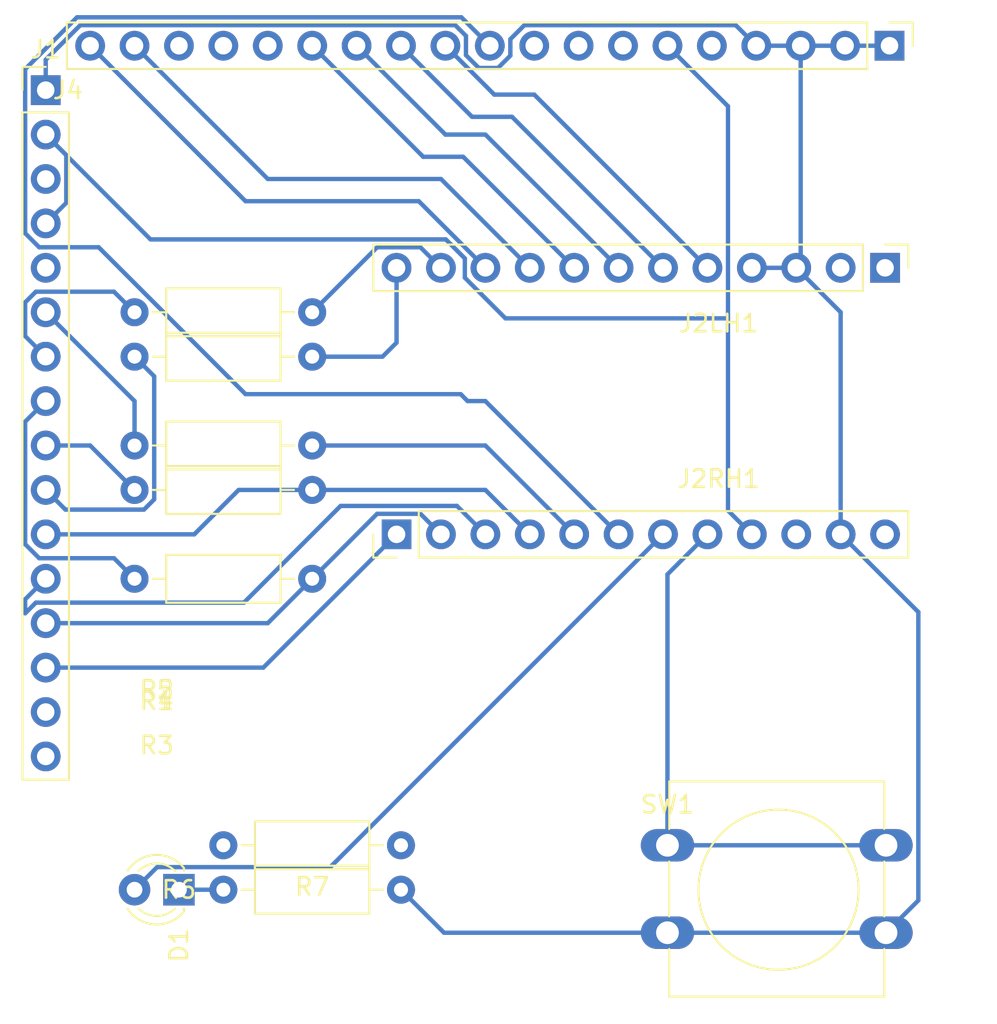
<source format=kicad_pcb>
(kicad_pcb (version 20171130) (host pcbnew "(5.1.9)-1")

  (general
    (thickness 1.6)
    (drawings 12)
    (tracks 121)
    (zones 0)
    (modules 13)
    (nets 25)
  )

  (page A4)
  (layers
    (0 F.Cu signal)
    (31 B.Cu signal)
    (32 B.Adhes user)
    (33 F.Adhes user)
    (34 B.Paste user)
    (35 F.Paste user)
    (36 B.SilkS user)
    (37 F.SilkS user)
    (38 B.Mask user)
    (39 F.Mask user)
    (40 Dwgs.User user)
    (41 Cmts.User user)
    (42 Eco1.User user)
    (43 Eco2.User user)
    (44 Edge.Cuts user)
    (45 Margin user)
    (46 B.CrtYd user)
    (47 F.CrtYd user)
    (48 B.Fab user)
    (49 F.Fab user)
  )

  (setup
    (last_trace_width 0.25)
    (trace_clearance 0.2)
    (zone_clearance 0.508)
    (zone_45_only no)
    (trace_min 0.2)
    (via_size 0.8)
    (via_drill 0.4)
    (via_min_size 0.4)
    (via_min_drill 0.3)
    (user_via 1.6 0.8)
    (uvia_size 0.3)
    (uvia_drill 0.1)
    (uvias_allowed no)
    (uvia_min_size 0.2)
    (uvia_min_drill 0.1)
    (edge_width 0.05)
    (segment_width 0.2)
    (pcb_text_width 0.3)
    (pcb_text_size 1.5 1.5)
    (mod_edge_width 0.12)
    (mod_text_size 1 1)
    (mod_text_width 0.15)
    (pad_size 1.524 1.524)
    (pad_drill 0.762)
    (pad_to_mask_clearance 0.05)
    (aux_axis_origin 0 0)
    (visible_elements 7FFFFFFF)
    (pcbplotparams
      (layerselection 0x010fc_ffffffff)
      (usegerberextensions false)
      (usegerberattributes true)
      (usegerberadvancedattributes true)
      (creategerberjobfile true)
      (excludeedgelayer true)
      (linewidth 0.100000)
      (plotframeref false)
      (viasonmask false)
      (mode 1)
      (useauxorigin false)
      (hpglpennumber 1)
      (hpglpenspeed 20)
      (hpglpendiameter 15.000000)
      (psnegative false)
      (psa4output false)
      (plotreference true)
      (plotvalue true)
      (plotinvisibletext false)
      (padsonsilk false)
      (subtractmaskfromsilk false)
      (outputformat 1)
      (mirror false)
      (drillshape 1)
      (scaleselection 1)
      (outputdirectory ""))
  )

  (net 0 "")
  (net 1 "Net-(D1-Pad1)")
  (net 2 STATUS_LED)
  (net 3 GND)
  (net 4 +5V)
  (net 5 "Net-(J1-Pad6)")
  (net 6 "Net-(J1-Pad7)")
  (net 7 "Net-(J1-Pad8)")
  (net 8 "Net-(J1-Pad9)")
  (net 9 "Net-(J1-Pad10)")
  (net 10 CLK)
  (net 11 MISO)
  (net 12 MOSI)
  (net 13 SD_CS)
  (net 14 SEEKPH0)
  (net 15 SEEKPH1)
  (net 16 SEEKPH2)
  (net 17 SEEKPH3)
  (net 18 RDDATA)
  (net 19 WRDATA)
  (net 20 TFT_DC)
  (net 21 TFT_CS)
  (net 22 EJECT_PIN)
  (net 23 WRPROT)
  (net 24 TFT_RESET)

  (net_class Default "This is the default net class."
    (clearance 0.2)
    (trace_width 0.25)
    (via_dia 0.8)
    (via_drill 0.4)
    (uvia_dia 0.3)
    (uvia_drill 0.1)
    (add_net +5V)
    (add_net CLK)
    (add_net EJECT_PIN)
    (add_net GND)
    (add_net MISO)
    (add_net MOSI)
    (add_net "Net-(D1-Pad1)")
    (add_net "Net-(J1-Pad10)")
    (add_net "Net-(J1-Pad6)")
    (add_net "Net-(J1-Pad7)")
    (add_net "Net-(J1-Pad8)")
    (add_net "Net-(J1-Pad9)")
    (add_net RDDATA)
    (add_net SD_CS)
    (add_net SEEKPH0)
    (add_net SEEKPH1)
    (add_net SEEKPH2)
    (add_net SEEKPH3)
    (add_net STATUS_LED)
    (add_net TFT_CS)
    (add_net TFT_DC)
    (add_net TFT_RESET)
    (add_net WRDATA)
    (add_net WRPROT)
  )

  (module Button_Switch_THT:SW_PUSH-12mm (layer F.Cu) (tedit 5D160D14) (tstamp 5F7D0F82)
    (at 147.32 111.76)
    (descr "SW PUSH 12mm https://www.e-switch.com/system/asset/product_line/data_sheet/143/TL1100.pdf")
    (tags "tact sw push 12mm")
    (path /5F817130)
    (fp_text reference SW1 (at 0 -2.33) (layer F.SilkS)
      (effects (font (size 1 1) (thickness 0.15)))
    )
    (fp_text value SW_Push (at 0 4.87) (layer F.Fab)
      (effects (font (size 1 1) (thickness 0.15)))
    )
    (fp_text user %R (at 0 1.27 90) (layer F.Fab)
      (effects (font (size 1 1) (thickness 0.15)))
    )
    (fp_line (start 0.25 8.5) (end 12.25 8.5) (layer F.Fab) (width 0.1))
    (fp_line (start 0.25 -3.5) (end 12.25 -3.5) (layer F.Fab) (width 0.1))
    (fp_line (start 12.25 -3.5) (end 12.25 8.5) (layer F.Fab) (width 0.1))
    (fp_line (start 0.1 -3.65) (end 12.4 -3.65) (layer F.SilkS) (width 0.12))
    (fp_line (start 12.4 0.93) (end 12.4 4.07) (layer F.SilkS) (width 0.12))
    (fp_line (start 12.4 8.65) (end 0.1 8.65) (layer F.SilkS) (width 0.12))
    (fp_line (start 0.1 -0.93) (end 0.1 -3.65) (layer F.SilkS) (width 0.12))
    (fp_line (start -1.77 -3.75) (end 14.25 -3.75) (layer F.CrtYd) (width 0.05))
    (fp_line (start -1.77 -3.75) (end -1.77 8.75) (layer F.CrtYd) (width 0.05))
    (fp_line (start 14.25 8.75) (end 14.25 -3.75) (layer F.CrtYd) (width 0.05))
    (fp_line (start 14.25 8.75) (end -1.77 8.75) (layer F.CrtYd) (width 0.05))
    (fp_circle (center 6.35 2.54) (end 10.16 5.08) (layer F.SilkS) (width 0.12))
    (fp_line (start 0.25 -3.5) (end 0.25 8.5) (layer F.Fab) (width 0.1))
    (fp_line (start 0.1 8.65) (end 0.1 5.93) (layer F.SilkS) (width 0.12))
    (fp_line (start 0.1 4.07) (end 0.1 0.93) (layer F.SilkS) (width 0.12))
    (fp_line (start 12.4 5.93) (end 12.4 8.65) (layer F.SilkS) (width 0.12))
    (fp_line (start 12.4 -3.65) (end 12.4 -0.93) (layer F.SilkS) (width 0.12))
    (pad 2 thru_hole oval (at 0 5) (size 3.048 1.85) (drill 1.3) (layers *.Cu *.Mask)
      (net 3 GND))
    (pad 1 thru_hole oval (at 0 0) (size 3.048 1.85) (drill 1.3) (layers *.Cu *.Mask)
      (net 22 EJECT_PIN))
    (pad 2 thru_hole oval (at 12.5 5) (size 3.048 1.85) (drill 1.3) (layers *.Cu *.Mask)
      (net 3 GND))
    (pad 1 thru_hole oval (at 12.5 0) (size 3.048 1.85) (drill 1.3) (layers *.Cu *.Mask)
      (net 22 EJECT_PIN))
    (model ${KISYS3DMOD}/Button_Switch_THT.3dshapes/SW_PUSH-12mm.wrl
      (at (xyz 0 0 0))
      (scale (xyz 1 1 1))
      (rotate (xyz 0 0 0))
    )
  )

  (module LED_THT:LED_D3.0mm (layer F.Cu) (tedit 587A3A7B) (tstamp 5F7D1D7F)
    (at 119.38 114.3 180)
    (descr "LED, diameter 3.0mm, 2 pins")
    (tags "LED diameter 3.0mm 2 pins")
    (path /5F813CF5)
    (fp_text reference D1 (at 0 -3.175 270) (layer F.SilkS)
      (effects (font (size 1 1) (thickness 0.15)))
    )
    (fp_text value LED (at -2.54 1.27 270) (layer F.Fab)
      (effects (font (size 1 1) (thickness 0.15)))
    )
    (fp_text user %R (at 0 1.27 90) (layer F.Fab)
      (effects (font (size 1 1) (thickness 0.15)))
    )
    (fp_arc (start 1.27 0) (end 0.229039 1.08) (angle -87.9) (layer F.SilkS) (width 0.12))
    (fp_arc (start 1.27 0) (end 0.229039 -1.08) (angle 87.9) (layer F.SilkS) (width 0.12))
    (fp_arc (start 1.27 0) (end -0.29 1.235516) (angle -108.8) (layer F.SilkS) (width 0.12))
    (fp_arc (start 1.27 0) (end -0.29 -1.235516) (angle 108.8) (layer F.SilkS) (width 0.12))
    (fp_arc (start 1.27 0) (end -0.23 -1.16619) (angle 284.3) (layer F.Fab) (width 0.1))
    (fp_circle (center 1.27 0) (end 2.77 0) (layer F.Fab) (width 0.1))
    (fp_line (start -0.23 -1.16619) (end -0.23 1.16619) (layer F.Fab) (width 0.1))
    (fp_line (start -0.29 -1.236) (end -0.29 -1.08) (layer F.SilkS) (width 0.12))
    (fp_line (start -0.29 1.08) (end -0.29 1.236) (layer F.SilkS) (width 0.12))
    (fp_line (start -1.15 -2.25) (end -1.15 2.25) (layer F.CrtYd) (width 0.05))
    (fp_line (start -1.15 2.25) (end 3.7 2.25) (layer F.CrtYd) (width 0.05))
    (fp_line (start 3.7 2.25) (end 3.7 -2.25) (layer F.CrtYd) (width 0.05))
    (fp_line (start 3.7 -2.25) (end -1.15 -2.25) (layer F.CrtYd) (width 0.05))
    (pad 2 thru_hole circle (at 2.54 0 180) (size 1.8 1.8) (drill 0.9) (layers *.Cu *.Mask)
      (net 2 STATUS_LED))
    (pad 1 thru_hole rect (at 0 0 180) (size 1.8 1.8) (drill 0.9) (layers *.Cu *.Mask)
      (net 1 "Net-(D1-Pad1)"))
    (model ${KISYS3DMOD}/LED_THT.3dshapes/LED_D3.0mm.wrl
      (at (xyz 0 0 0))
      (scale (xyz 1 1 1))
      (rotate (xyz 0 0 0))
    )
  )

  (module Resistor_THT:R_Axial_DIN0207_L6.3mm_D2.5mm_P10.16mm_Horizontal (layer F.Cu) (tedit 5AE5139B) (tstamp 5FEECFB6)
    (at 132.08 111.76 180)
    (descr "Resistor, Axial_DIN0207 series, Axial, Horizontal, pin pitch=10.16mm, 0.25W = 1/4W, length*diameter=6.3*2.5mm^2, http://cdn-reichelt.de/documents/datenblatt/B400/1_4W%23YAG.pdf")
    (tags "Resistor Axial_DIN0207 series Axial Horizontal pin pitch 10.16mm 0.25W = 1/4W length 6.3mm diameter 2.5mm")
    (path /5FEEEB86)
    (fp_text reference R7 (at 5.08 -2.37) (layer F.SilkS)
      (effects (font (size 1 1) (thickness 0.15)))
    )
    (fp_text value 10k (at 5.08 2.37) (layer F.Fab)
      (effects (font (size 1 1) (thickness 0.15)))
    )
    (fp_line (start 11.21 -1.5) (end -1.05 -1.5) (layer F.CrtYd) (width 0.05))
    (fp_line (start 11.21 1.5) (end 11.21 -1.5) (layer F.CrtYd) (width 0.05))
    (fp_line (start -1.05 1.5) (end 11.21 1.5) (layer F.CrtYd) (width 0.05))
    (fp_line (start -1.05 -1.5) (end -1.05 1.5) (layer F.CrtYd) (width 0.05))
    (fp_line (start 9.12 0) (end 8.35 0) (layer F.SilkS) (width 0.12))
    (fp_line (start 1.04 0) (end 1.81 0) (layer F.SilkS) (width 0.12))
    (fp_line (start 8.35 -1.37) (end 1.81 -1.37) (layer F.SilkS) (width 0.12))
    (fp_line (start 8.35 1.37) (end 8.35 -1.37) (layer F.SilkS) (width 0.12))
    (fp_line (start 1.81 1.37) (end 8.35 1.37) (layer F.SilkS) (width 0.12))
    (fp_line (start 1.81 -1.37) (end 1.81 1.37) (layer F.SilkS) (width 0.12))
    (fp_line (start 10.16 0) (end 8.23 0) (layer F.Fab) (width 0.1))
    (fp_line (start 0 0) (end 1.93 0) (layer F.Fab) (width 0.1))
    (fp_line (start 8.23 -1.25) (end 1.93 -1.25) (layer F.Fab) (width 0.1))
    (fp_line (start 8.23 1.25) (end 8.23 -1.25) (layer F.Fab) (width 0.1))
    (fp_line (start 1.93 1.25) (end 8.23 1.25) (layer F.Fab) (width 0.1))
    (fp_line (start 1.93 -1.25) (end 1.93 1.25) (layer F.Fab) (width 0.1))
    (fp_text user %R (at 5.08 0) (layer F.Fab)
      (effects (font (size 1 1) (thickness 0.15)))
    )
    (pad 2 thru_hole oval (at 10.16 0 180) (size 1.6 1.6) (drill 0.8) (layers *.Cu *.Mask)
      (net 4 +5V))
    (pad 1 thru_hole circle (at 0 0 180) (size 1.6 1.6) (drill 0.8) (layers *.Cu *.Mask)
      (net 22 EJECT_PIN))
    (model ${KISYS3DMOD}/Resistor_THT.3dshapes/R_Axial_DIN0207_L6.3mm_D2.5mm_P10.16mm_Horizontal.wrl
      (at (xyz 0 0 0))
      (scale (xyz 1 1 1))
      (rotate (xyz 0 0 0))
    )
  )

  (module Connector_PinHeader_2.54mm:PinHeader_1x12_P2.54mm_Vertical (layer F.Cu) (tedit 59FED5CC) (tstamp 5F82630A)
    (at 131.826 93.98 90)
    (descr "Through hole straight pin header, 1x12, 2.54mm pitch, single row")
    (tags "Through hole pin header THT 1x12 2.54mm single row")
    (path /5F7D8004)
    (fp_text reference J2RH1 (at 3.175 18.415 180) (layer F.SilkS)
      (effects (font (size 1 1) (thickness 0.15)))
    )
    (fp_text value Conn_01x12 (at 3.175 26.67 180) (layer F.Fab)
      (effects (font (size 1 1) (thickness 0.15)))
    )
    (fp_line (start 1.8 -1.8) (end -1.8 -1.8) (layer F.CrtYd) (width 0.05))
    (fp_line (start 1.8 29.75) (end 1.8 -1.8) (layer F.CrtYd) (width 0.05))
    (fp_line (start -1.8 29.75) (end 1.8 29.75) (layer F.CrtYd) (width 0.05))
    (fp_line (start -1.8 -1.8) (end -1.8 29.75) (layer F.CrtYd) (width 0.05))
    (fp_line (start -1.33 -1.33) (end 0 -1.33) (layer F.SilkS) (width 0.12))
    (fp_line (start -1.33 0) (end -1.33 -1.33) (layer F.SilkS) (width 0.12))
    (fp_line (start -1.33 1.27) (end 1.33 1.27) (layer F.SilkS) (width 0.12))
    (fp_line (start 1.33 1.27) (end 1.33 29.27) (layer F.SilkS) (width 0.12))
    (fp_line (start -1.33 1.27) (end -1.33 29.27) (layer F.SilkS) (width 0.12))
    (fp_line (start -1.33 29.27) (end 1.33 29.27) (layer F.SilkS) (width 0.12))
    (fp_line (start -1.27 -0.635) (end -0.635 -1.27) (layer F.Fab) (width 0.1))
    (fp_line (start -1.27 29.21) (end -1.27 -0.635) (layer F.Fab) (width 0.1))
    (fp_line (start 1.27 29.21) (end -1.27 29.21) (layer F.Fab) (width 0.1))
    (fp_line (start 1.27 -1.27) (end 1.27 29.21) (layer F.Fab) (width 0.1))
    (fp_line (start -0.635 -1.27) (end 1.27 -1.27) (layer F.Fab) (width 0.1))
    (fp_text user %R (at 0 13.97) (layer F.Fab)
      (effects (font (size 1 1) (thickness 0.15)))
    )
    (pad 12 thru_hole oval (at 0 27.94 90) (size 1.7 1.7) (drill 1) (layers *.Cu *.Mask))
    (pad 11 thru_hole oval (at 0 25.4 90) (size 1.7 1.7) (drill 1) (layers *.Cu *.Mask)
      (net 3 GND))
    (pad 10 thru_hole oval (at 0 22.86 90) (size 1.7 1.7) (drill 1) (layers *.Cu *.Mask))
    (pad 9 thru_hole oval (at 0 20.32 90) (size 1.7 1.7) (drill 1) (layers *.Cu *.Mask)
      (net 4 +5V))
    (pad 8 thru_hole oval (at 0 17.78 90) (size 1.7 1.7) (drill 1) (layers *.Cu *.Mask)
      (net 22 EJECT_PIN))
    (pad 7 thru_hole oval (at 0 15.24 90) (size 1.7 1.7) (drill 1) (layers *.Cu *.Mask)
      (net 2 STATUS_LED))
    (pad 6 thru_hole oval (at 0 12.7 90) (size 1.7 1.7) (drill 1) (layers *.Cu *.Mask)
      (net 23 WRPROT))
    (pad 5 thru_hole oval (at 0 10.16 90) (size 1.7 1.7) (drill 1) (layers *.Cu *.Mask)
      (net 24 TFT_RESET))
    (pad 4 thru_hole oval (at 0 7.62 90) (size 1.7 1.7) (drill 1) (layers *.Cu *.Mask)
      (net 10 CLK))
    (pad 3 thru_hole oval (at 0 5.08 90) (size 1.7 1.7) (drill 1) (layers *.Cu *.Mask)
      (net 11 MISO))
    (pad 2 thru_hole oval (at 0 2.54 90) (size 1.7 1.7) (drill 1) (layers *.Cu *.Mask)
      (net 12 MOSI))
    (pad 1 thru_hole rect (at 0 0 90) (size 1.7 1.7) (drill 1) (layers *.Cu *.Mask)
      (net 13 SD_CS))
    (model ${KISYS3DMOD}/Connector_PinHeader_2.54mm.3dshapes/PinHeader_1x12_P2.54mm_Vertical.wrl
      (at (xyz 0 0 0))
      (scale (xyz 1 1 1))
      (rotate (xyz 0 0 0))
    )
  )

  (module Resistor_THT:R_Axial_DIN0207_L6.3mm_D2.5mm_P10.16mm_Horizontal (layer F.Cu) (tedit 5AE5139B) (tstamp 5F7D0EF9)
    (at 116.84 88.9)
    (descr "Resistor, Axial_DIN0207 series, Axial, Horizontal, pin pitch=10.16mm, 0.25W = 1/4W, length*diameter=6.3*2.5mm^2, http://cdn-reichelt.de/documents/datenblatt/B400/1_4W%23YAG.pdf")
    (tags "Resistor Axial_DIN0207 series Axial Horizontal pin pitch 10.16mm 0.25W = 1/4W length 6.3mm diameter 2.5mm")
    (path /5F7BB3D7)
    (fp_text reference R1 (at 1.27 14.605) (layer F.SilkS)
      (effects (font (size 1 1) (thickness 0.15)))
    )
    (fp_text value 2k2 (at 6.35 0) (layer F.Fab)
      (effects (font (size 1 1) (thickness 0.15)))
    )
    (fp_line (start 1.93 -1.25) (end 1.93 1.25) (layer F.Fab) (width 0.1))
    (fp_line (start 1.93 1.25) (end 8.23 1.25) (layer F.Fab) (width 0.1))
    (fp_line (start 8.23 1.25) (end 8.23 -1.25) (layer F.Fab) (width 0.1))
    (fp_line (start 8.23 -1.25) (end 1.93 -1.25) (layer F.Fab) (width 0.1))
    (fp_line (start 0 0) (end 1.93 0) (layer F.Fab) (width 0.1))
    (fp_line (start 10.16 0) (end 8.23 0) (layer F.Fab) (width 0.1))
    (fp_line (start 1.81 -1.37) (end 1.81 1.37) (layer F.SilkS) (width 0.12))
    (fp_line (start 1.81 1.37) (end 8.35 1.37) (layer F.SilkS) (width 0.12))
    (fp_line (start 8.35 1.37) (end 8.35 -1.37) (layer F.SilkS) (width 0.12))
    (fp_line (start 8.35 -1.37) (end 1.81 -1.37) (layer F.SilkS) (width 0.12))
    (fp_line (start 1.04 0) (end 1.81 0) (layer F.SilkS) (width 0.12))
    (fp_line (start 9.12 0) (end 8.35 0) (layer F.SilkS) (width 0.12))
    (fp_line (start -1.05 -1.5) (end -1.05 1.5) (layer F.CrtYd) (width 0.05))
    (fp_line (start -1.05 1.5) (end 11.21 1.5) (layer F.CrtYd) (width 0.05))
    (fp_line (start 11.21 1.5) (end 11.21 -1.5) (layer F.CrtYd) (width 0.05))
    (fp_line (start 11.21 -1.5) (end -1.05 -1.5) (layer F.CrtYd) (width 0.05))
    (fp_text user %R (at 3.175 0) (layer F.Fab)
      (effects (font (size 1 1) (thickness 0.15)))
    )
    (pad 2 thru_hole oval (at 10.16 0) (size 1.6 1.6) (drill 0.8) (layers *.Cu *.Mask)
      (net 24 TFT_RESET))
    (pad 1 thru_hole circle (at 0 0) (size 1.6 1.6) (drill 0.8) (layers *.Cu *.Mask)
      (net 5 "Net-(J1-Pad6)"))
    (model ${KISYS3DMOD}/Resistor_THT.3dshapes/R_Axial_DIN0207_L6.3mm_D2.5mm_P10.16mm_Horizontal.wrl
      (at (xyz 0 0 0))
      (scale (xyz 1 1 1))
      (rotate (xyz 0 0 0))
    )
  )

  (module Resistor_THT:R_Axial_DIN0207_L6.3mm_D2.5mm_P10.16mm_Horizontal (layer F.Cu) (tedit 5AE5139B) (tstamp 5F7D0F10)
    (at 116.84 81.28)
    (descr "Resistor, Axial_DIN0207 series, Axial, Horizontal, pin pitch=10.16mm, 0.25W = 1/4W, length*diameter=6.3*2.5mm^2, http://cdn-reichelt.de/documents/datenblatt/B400/1_4W%23YAG.pdf")
    (tags "Resistor Axial_DIN0207 series Axial Horizontal pin pitch 10.16mm 0.25W = 1/4W length 6.3mm diameter 2.5mm")
    (path /5F7BBCDB)
    (fp_text reference R2 (at 1.27 21.59) (layer F.SilkS)
      (effects (font (size 1 1) (thickness 0.15)))
    )
    (fp_text value 2k2 (at 6.35 0) (layer F.Fab)
      (effects (font (size 1 1) (thickness 0.15)))
    )
    (fp_line (start 1.93 -1.25) (end 1.93 1.25) (layer F.Fab) (width 0.1))
    (fp_line (start 1.93 1.25) (end 8.23 1.25) (layer F.Fab) (width 0.1))
    (fp_line (start 8.23 1.25) (end 8.23 -1.25) (layer F.Fab) (width 0.1))
    (fp_line (start 8.23 -1.25) (end 1.93 -1.25) (layer F.Fab) (width 0.1))
    (fp_line (start 0 0) (end 1.93 0) (layer F.Fab) (width 0.1))
    (fp_line (start 10.16 0) (end 8.23 0) (layer F.Fab) (width 0.1))
    (fp_line (start 1.81 -1.37) (end 1.81 1.37) (layer F.SilkS) (width 0.12))
    (fp_line (start 1.81 1.37) (end 8.35 1.37) (layer F.SilkS) (width 0.12))
    (fp_line (start 8.35 1.37) (end 8.35 -1.37) (layer F.SilkS) (width 0.12))
    (fp_line (start 8.35 -1.37) (end 1.81 -1.37) (layer F.SilkS) (width 0.12))
    (fp_line (start 1.04 0) (end 1.81 0) (layer F.SilkS) (width 0.12))
    (fp_line (start 9.12 0) (end 8.35 0) (layer F.SilkS) (width 0.12))
    (fp_line (start -1.05 -1.5) (end -1.05 1.5) (layer F.CrtYd) (width 0.05))
    (fp_line (start -1.05 1.5) (end 11.21 1.5) (layer F.CrtYd) (width 0.05))
    (fp_line (start 11.21 1.5) (end 11.21 -1.5) (layer F.CrtYd) (width 0.05))
    (fp_line (start 11.21 -1.5) (end -1.05 -1.5) (layer F.CrtYd) (width 0.05))
    (fp_text user %R (at 3.175 0) (layer F.Fab)
      (effects (font (size 1 1) (thickness 0.15)))
    )
    (pad 2 thru_hole oval (at 10.16 0) (size 1.6 1.6) (drill 0.8) (layers *.Cu *.Mask)
      (net 20 TFT_DC))
    (pad 1 thru_hole circle (at 0 0) (size 1.6 1.6) (drill 0.8) (layers *.Cu *.Mask)
      (net 6 "Net-(J1-Pad7)"))
    (model ${KISYS3DMOD}/Resistor_THT.3dshapes/R_Axial_DIN0207_L6.3mm_D2.5mm_P10.16mm_Horizontal.wrl
      (at (xyz 0 0 0))
      (scale (xyz 1 1 1))
      (rotate (xyz 0 0 0))
    )
  )

  (module Resistor_THT:R_Axial_DIN0207_L6.3mm_D2.5mm_P10.16mm_Horizontal (layer F.Cu) (tedit 5AE5139B) (tstamp 5F7D0F27)
    (at 116.84 96.52)
    (descr "Resistor, Axial_DIN0207 series, Axial, Horizontal, pin pitch=10.16mm, 0.25W = 1/4W, length*diameter=6.3*2.5mm^2, http://cdn-reichelt.de/documents/datenblatt/B400/1_4W%23YAG.pdf")
    (tags "Resistor Axial_DIN0207 series Axial Horizontal pin pitch 10.16mm 0.25W = 1/4W length 6.3mm diameter 2.5mm")
    (path /5F7BC7B4)
    (fp_text reference R3 (at 1.27 9.525) (layer F.SilkS)
      (effects (font (size 1 1) (thickness 0.15)))
    )
    (fp_text value 2k2 (at 6.35 0) (layer F.Fab)
      (effects (font (size 1 1) (thickness 0.15)))
    )
    (fp_line (start 1.93 -1.25) (end 1.93 1.25) (layer F.Fab) (width 0.1))
    (fp_line (start 1.93 1.25) (end 8.23 1.25) (layer F.Fab) (width 0.1))
    (fp_line (start 8.23 1.25) (end 8.23 -1.25) (layer F.Fab) (width 0.1))
    (fp_line (start 8.23 -1.25) (end 1.93 -1.25) (layer F.Fab) (width 0.1))
    (fp_line (start 0 0) (end 1.93 0) (layer F.Fab) (width 0.1))
    (fp_line (start 10.16 0) (end 8.23 0) (layer F.Fab) (width 0.1))
    (fp_line (start 1.81 -1.37) (end 1.81 1.37) (layer F.SilkS) (width 0.12))
    (fp_line (start 1.81 1.37) (end 8.35 1.37) (layer F.SilkS) (width 0.12))
    (fp_line (start 8.35 1.37) (end 8.35 -1.37) (layer F.SilkS) (width 0.12))
    (fp_line (start 8.35 -1.37) (end 1.81 -1.37) (layer F.SilkS) (width 0.12))
    (fp_line (start 1.04 0) (end 1.81 0) (layer F.SilkS) (width 0.12))
    (fp_line (start 9.12 0) (end 8.35 0) (layer F.SilkS) (width 0.12))
    (fp_line (start -1.05 -1.5) (end -1.05 1.5) (layer F.CrtYd) (width 0.05))
    (fp_line (start -1.05 1.5) (end 11.21 1.5) (layer F.CrtYd) (width 0.05))
    (fp_line (start 11.21 1.5) (end 11.21 -1.5) (layer F.CrtYd) (width 0.05))
    (fp_line (start 11.21 -1.5) (end -1.05 -1.5) (layer F.CrtYd) (width 0.05))
    (fp_text user %R (at 3.175 0) (layer F.Fab)
      (effects (font (size 1 1) (thickness 0.15)))
    )
    (pad 2 thru_hole oval (at 10.16 0) (size 1.6 1.6) (drill 0.8) (layers *.Cu *.Mask)
      (net 12 MOSI))
    (pad 1 thru_hole circle (at 0 0) (size 1.6 1.6) (drill 0.8) (layers *.Cu *.Mask)
      (net 7 "Net-(J1-Pad8)"))
    (model ${KISYS3DMOD}/Resistor_THT.3dshapes/R_Axial_DIN0207_L6.3mm_D2.5mm_P10.16mm_Horizontal.wrl
      (at (xyz 0 0 0))
      (scale (xyz 1 1 1))
      (rotate (xyz 0 0 0))
    )
  )

  (module Resistor_THT:R_Axial_DIN0207_L6.3mm_D2.5mm_P10.16mm_Horizontal (layer F.Cu) (tedit 5AE5139B) (tstamp 5F7D0F3E)
    (at 116.84 91.44)
    (descr "Resistor, Axial_DIN0207 series, Axial, Horizontal, pin pitch=10.16mm, 0.25W = 1/4W, length*diameter=6.3*2.5mm^2, http://cdn-reichelt.de/documents/datenblatt/B400/1_4W%23YAG.pdf")
    (tags "Resistor Axial_DIN0207 series Axial Horizontal pin pitch 10.16mm 0.25W = 1/4W length 6.3mm diameter 2.5mm")
    (path /5F7BCEEF)
    (fp_text reference R4 (at 1.27 12.065) (layer F.SilkS)
      (effects (font (size 1 1) (thickness 0.15)))
    )
    (fp_text value 2k2 (at 6.35 0) (layer F.Fab)
      (effects (font (size 1 1) (thickness 0.15)))
    )
    (fp_line (start 1.93 -1.25) (end 1.93 1.25) (layer F.Fab) (width 0.1))
    (fp_line (start 1.93 1.25) (end 8.23 1.25) (layer F.Fab) (width 0.1))
    (fp_line (start 8.23 1.25) (end 8.23 -1.25) (layer F.Fab) (width 0.1))
    (fp_line (start 8.23 -1.25) (end 1.93 -1.25) (layer F.Fab) (width 0.1))
    (fp_line (start 0 0) (end 1.93 0) (layer F.Fab) (width 0.1))
    (fp_line (start 10.16 0) (end 8.23 0) (layer F.Fab) (width 0.1))
    (fp_line (start 1.81 -1.37) (end 1.81 1.37) (layer F.SilkS) (width 0.12))
    (fp_line (start 1.81 1.37) (end 8.35 1.37) (layer F.SilkS) (width 0.12))
    (fp_line (start 8.35 1.37) (end 8.35 -1.37) (layer F.SilkS) (width 0.12))
    (fp_line (start 8.35 -1.37) (end 1.81 -1.37) (layer F.SilkS) (width 0.12))
    (fp_line (start 1.04 0) (end 1.81 0) (layer F.SilkS) (width 0.12))
    (fp_line (start 9.12 0) (end 8.35 0) (layer F.SilkS) (width 0.12))
    (fp_line (start -1.05 -1.5) (end -1.05 1.5) (layer F.CrtYd) (width 0.05))
    (fp_line (start -1.05 1.5) (end 11.21 1.5) (layer F.CrtYd) (width 0.05))
    (fp_line (start 11.21 1.5) (end 11.21 -1.5) (layer F.CrtYd) (width 0.05))
    (fp_line (start 11.21 -1.5) (end -1.05 -1.5) (layer F.CrtYd) (width 0.05))
    (fp_text user %R (at 3.175 0) (layer F.Fab)
      (effects (font (size 1 1) (thickness 0.15)))
    )
    (pad 2 thru_hole oval (at 10.16 0) (size 1.6 1.6) (drill 0.8) (layers *.Cu *.Mask)
      (net 10 CLK))
    (pad 1 thru_hole circle (at 0 0) (size 1.6 1.6) (drill 0.8) (layers *.Cu *.Mask)
      (net 8 "Net-(J1-Pad9)"))
    (model ${KISYS3DMOD}/Resistor_THT.3dshapes/R_Axial_DIN0207_L6.3mm_D2.5mm_P10.16mm_Horizontal.wrl
      (at (xyz 0 0 0))
      (scale (xyz 1 1 1))
      (rotate (xyz 0 0 0))
    )
  )

  (module Resistor_THT:R_Axial_DIN0207_L6.3mm_D2.5mm_P10.16mm_Horizontal (layer F.Cu) (tedit 5AE5139B) (tstamp 5F7D3DC4)
    (at 116.84 83.82)
    (descr "Resistor, Axial_DIN0207 series, Axial, Horizontal, pin pitch=10.16mm, 0.25W = 1/4W, length*diameter=6.3*2.5mm^2, http://cdn-reichelt.de/documents/datenblatt/B400/1_4W%23YAG.pdf")
    (tags "Resistor Axial_DIN0207 series Axial Horizontal pin pitch 10.16mm 0.25W = 1/4W length 6.3mm diameter 2.5mm")
    (path /5F7BD696)
    (fp_text reference R5 (at 1.27 19.05) (layer F.SilkS)
      (effects (font (size 1 1) (thickness 0.15)))
    )
    (fp_text value 2k2 (at 6.35 0) (layer F.Fab)
      (effects (font (size 1 1) (thickness 0.15)))
    )
    (fp_line (start 1.93 -1.25) (end 1.93 1.25) (layer F.Fab) (width 0.1))
    (fp_line (start 1.93 1.25) (end 8.23 1.25) (layer F.Fab) (width 0.1))
    (fp_line (start 8.23 1.25) (end 8.23 -1.25) (layer F.Fab) (width 0.1))
    (fp_line (start 8.23 -1.25) (end 1.93 -1.25) (layer F.Fab) (width 0.1))
    (fp_line (start 0 0) (end 1.93 0) (layer F.Fab) (width 0.1))
    (fp_line (start 10.16 0) (end 8.23 0) (layer F.Fab) (width 0.1))
    (fp_line (start 1.81 -1.37) (end 1.81 1.37) (layer F.SilkS) (width 0.12))
    (fp_line (start 1.81 1.37) (end 8.35 1.37) (layer F.SilkS) (width 0.12))
    (fp_line (start 8.35 1.37) (end 8.35 -1.37) (layer F.SilkS) (width 0.12))
    (fp_line (start 8.35 -1.37) (end 1.81 -1.37) (layer F.SilkS) (width 0.12))
    (fp_line (start 1.04 0) (end 1.81 0) (layer F.SilkS) (width 0.12))
    (fp_line (start 9.12 0) (end 8.35 0) (layer F.SilkS) (width 0.12))
    (fp_line (start -1.05 -1.5) (end -1.05 1.5) (layer F.CrtYd) (width 0.05))
    (fp_line (start -1.05 1.5) (end 11.21 1.5) (layer F.CrtYd) (width 0.05))
    (fp_line (start 11.21 1.5) (end 11.21 -1.5) (layer F.CrtYd) (width 0.05))
    (fp_line (start 11.21 -1.5) (end -1.05 -1.5) (layer F.CrtYd) (width 0.05))
    (fp_text user %R (at 3.175 0) (layer F.Fab)
      (effects (font (size 1 1) (thickness 0.15)))
    )
    (pad 2 thru_hole oval (at 10.16 0) (size 1.6 1.6) (drill 0.8) (layers *.Cu *.Mask)
      (net 21 TFT_CS))
    (pad 1 thru_hole circle (at 0 0) (size 1.6 1.6) (drill 0.8) (layers *.Cu *.Mask)
      (net 9 "Net-(J1-Pad10)"))
    (model ${KISYS3DMOD}/Resistor_THT.3dshapes/R_Axial_DIN0207_L6.3mm_D2.5mm_P10.16mm_Horizontal.wrl
      (at (xyz 0 0 0))
      (scale (xyz 1 1 1))
      (rotate (xyz 0 0 0))
    )
  )

  (module Resistor_THT:R_Axial_DIN0207_L6.3mm_D2.5mm_P10.16mm_Horizontal (layer F.Cu) (tedit 5AE5139B) (tstamp 5F7D1D12)
    (at 121.92 114.3)
    (descr "Resistor, Axial_DIN0207 series, Axial, Horizontal, pin pitch=10.16mm, 0.25W = 1/4W, length*diameter=6.3*2.5mm^2, http://cdn-reichelt.de/documents/datenblatt/B400/1_4W%23YAG.pdf")
    (tags "Resistor Axial_DIN0207 series Axial Horizontal pin pitch 10.16mm 0.25W = 1/4W length 6.3mm diameter 2.5mm")
    (path /5F812D89)
    (fp_text reference R6 (at -2.54 0) (layer F.SilkS)
      (effects (font (size 1 1) (thickness 0.15)))
    )
    (fp_text value 100R (at 6.35 0) (layer F.Fab)
      (effects (font (size 1 1) (thickness 0.15)))
    )
    (fp_line (start 1.93 -1.25) (end 1.93 1.25) (layer F.Fab) (width 0.1))
    (fp_line (start 1.93 1.25) (end 8.23 1.25) (layer F.Fab) (width 0.1))
    (fp_line (start 8.23 1.25) (end 8.23 -1.25) (layer F.Fab) (width 0.1))
    (fp_line (start 8.23 -1.25) (end 1.93 -1.25) (layer F.Fab) (width 0.1))
    (fp_line (start 0 0) (end 1.93 0) (layer F.Fab) (width 0.1))
    (fp_line (start 10.16 0) (end 8.23 0) (layer F.Fab) (width 0.1))
    (fp_line (start 1.81 -1.37) (end 1.81 1.37) (layer F.SilkS) (width 0.12))
    (fp_line (start 1.81 1.37) (end 8.35 1.37) (layer F.SilkS) (width 0.12))
    (fp_line (start 8.35 1.37) (end 8.35 -1.37) (layer F.SilkS) (width 0.12))
    (fp_line (start 8.35 -1.37) (end 1.81 -1.37) (layer F.SilkS) (width 0.12))
    (fp_line (start 1.04 0) (end 1.81 0) (layer F.SilkS) (width 0.12))
    (fp_line (start 9.12 0) (end 8.35 0) (layer F.SilkS) (width 0.12))
    (fp_line (start -1.05 -1.5) (end -1.05 1.5) (layer F.CrtYd) (width 0.05))
    (fp_line (start -1.05 1.5) (end 11.21 1.5) (layer F.CrtYd) (width 0.05))
    (fp_line (start 11.21 1.5) (end 11.21 -1.5) (layer F.CrtYd) (width 0.05))
    (fp_line (start 11.21 -1.5) (end -1.05 -1.5) (layer F.CrtYd) (width 0.05))
    (fp_text user %R (at 3.175 0) (layer F.Fab)
      (effects (font (size 1 1) (thickness 0.15)))
    )
    (pad 2 thru_hole oval (at 10.16 0) (size 1.6 1.6) (drill 0.8) (layers *.Cu *.Mask)
      (net 3 GND))
    (pad 1 thru_hole circle (at 0 0) (size 1.6 1.6) (drill 0.8) (layers *.Cu *.Mask)
      (net 1 "Net-(D1-Pad1)"))
    (model ${KISYS3DMOD}/Resistor_THT.3dshapes/R_Axial_DIN0207_L6.3mm_D2.5mm_P10.16mm_Horizontal.wrl
      (at (xyz 0 0 0))
      (scale (xyz 1 1 1))
      (rotate (xyz 0 0 0))
    )
  )

  (module Connector_PinHeader_2.54mm:PinHeader_1x16_P2.54mm_Vertical (layer F.Cu) (tedit 59FED5CC) (tstamp 5F7D0E7B)
    (at 111.76 68.58)
    (descr "Through hole straight pin header, 1x16, 2.54mm pitch, single row")
    (tags "Through hole pin header THT 1x16 2.54mm single row")
    (path /5F7D4EC2)
    (fp_text reference J1 (at 0 -2.33) (layer F.SilkS)
      (effects (font (size 1 1) (thickness 0.15)))
    )
    (fp_text value QDtech_1.8inch_SPI_MSP1804 (at 13.335 39.37) (layer F.Fab)
      (effects (font (size 1 1) (thickness 0.15)))
    )
    (fp_line (start -0.635 -1.27) (end 1.27 -1.27) (layer F.Fab) (width 0.1))
    (fp_line (start 1.27 -1.27) (end 1.27 39.37) (layer F.Fab) (width 0.1))
    (fp_line (start 1.27 39.37) (end -1.27 39.37) (layer F.Fab) (width 0.1))
    (fp_line (start -1.27 39.37) (end -1.27 -0.635) (layer F.Fab) (width 0.1))
    (fp_line (start -1.27 -0.635) (end -0.635 -1.27) (layer F.Fab) (width 0.1))
    (fp_line (start -1.33 39.43) (end 1.33 39.43) (layer F.SilkS) (width 0.12))
    (fp_line (start -1.33 1.27) (end -1.33 39.43) (layer F.SilkS) (width 0.12))
    (fp_line (start 1.33 1.27) (end 1.33 39.43) (layer F.SilkS) (width 0.12))
    (fp_line (start -1.33 1.27) (end 1.33 1.27) (layer F.SilkS) (width 0.12))
    (fp_line (start -1.33 0) (end -1.33 -1.33) (layer F.SilkS) (width 0.12))
    (fp_line (start -1.33 -1.33) (end 0 -1.33) (layer F.SilkS) (width 0.12))
    (fp_line (start -1.8 -1.8) (end -1.8 39.9) (layer F.CrtYd) (width 0.05))
    (fp_line (start -1.8 39.9) (end 1.8 39.9) (layer F.CrtYd) (width 0.05))
    (fp_line (start 1.8 39.9) (end 1.8 -1.8) (layer F.CrtYd) (width 0.05))
    (fp_line (start 1.8 -1.8) (end -1.8 -1.8) (layer F.CrtYd) (width 0.05))
    (fp_text user %R (at 0 19.05 90) (layer F.Fab)
      (effects (font (size 1 1) (thickness 0.15)))
    )
    (pad 1 thru_hole rect (at 0 0) (size 1.7 1.7) (drill 1) (layers *.Cu *.Mask)
      (net 3 GND))
    (pad 2 thru_hole oval (at 0 2.54) (size 1.7 1.7) (drill 1) (layers *.Cu *.Mask)
      (net 4 +5V))
    (pad 3 thru_hole oval (at 0 5.08) (size 1.7 1.7) (drill 1) (layers *.Cu *.Mask))
    (pad 4 thru_hole oval (at 0 7.62) (size 1.7 1.7) (drill 1) (layers *.Cu *.Mask)
      (net 4 +5V))
    (pad 5 thru_hole oval (at 0 10.16) (size 1.7 1.7) (drill 1) (layers *.Cu *.Mask))
    (pad 6 thru_hole oval (at 0 12.7) (size 1.7 1.7) (drill 1) (layers *.Cu *.Mask)
      (net 5 "Net-(J1-Pad6)"))
    (pad 7 thru_hole oval (at 0 15.24) (size 1.7 1.7) (drill 1) (layers *.Cu *.Mask)
      (net 6 "Net-(J1-Pad7)"))
    (pad 8 thru_hole oval (at 0 17.78) (size 1.7 1.7) (drill 1) (layers *.Cu *.Mask)
      (net 7 "Net-(J1-Pad8)"))
    (pad 9 thru_hole oval (at 0 20.32) (size 1.7 1.7) (drill 1) (layers *.Cu *.Mask)
      (net 8 "Net-(J1-Pad9)"))
    (pad 10 thru_hole oval (at 0 22.86) (size 1.7 1.7) (drill 1) (layers *.Cu *.Mask)
      (net 9 "Net-(J1-Pad10)"))
    (pad 11 thru_hole oval (at 0 25.4) (size 1.7 1.7) (drill 1) (layers *.Cu *.Mask)
      (net 10 CLK))
    (pad 12 thru_hole oval (at 0 27.94) (size 1.7 1.7) (drill 1) (layers *.Cu *.Mask)
      (net 11 MISO))
    (pad 13 thru_hole oval (at 0 30.48) (size 1.7 1.7) (drill 1) (layers *.Cu *.Mask)
      (net 12 MOSI))
    (pad 14 thru_hole oval (at 0 33.02) (size 1.7 1.7) (drill 1) (layers *.Cu *.Mask)
      (net 13 SD_CS))
    (pad 15 thru_hole oval (at 0 35.56) (size 1.7 1.7) (drill 1) (layers *.Cu *.Mask))
    (pad 16 thru_hole oval (at 0 38.1) (size 1.7 1.7) (drill 1) (layers *.Cu *.Mask))
    (model ${KISYS3DMOD}/Connector_PinHeader_2.54mm.3dshapes/PinHeader_1x16_P2.54mm_Vertical.wrl
      (at (xyz 0 0 0))
      (scale (xyz 1 1 1))
      (rotate (xyz 0 0 0))
    )
  )

  (module Connector_PinHeader_2.54mm:PinHeader_1x12_P2.54mm_Vertical (layer F.Cu) (tedit 59FED5CC) (tstamp 5F8262AD)
    (at 159.766 78.74 270)
    (descr "Through hole straight pin header, 1x12, 2.54mm pitch, single row")
    (tags "Through hole pin header THT 1x12 2.54mm single row")
    (path /5F7D6C89)
    (fp_text reference J2LH1 (at 3.175 9.525 180) (layer F.SilkS)
      (effects (font (size 1 1) (thickness 0.15)))
    )
    (fp_text value Conn_01x12 (at 3.175 1.27 180) (layer F.Fab)
      (effects (font (size 1 1) (thickness 0.15)))
    )
    (fp_line (start -0.635 -1.27) (end 1.27 -1.27) (layer F.Fab) (width 0.1))
    (fp_line (start 1.27 -1.27) (end 1.27 29.21) (layer F.Fab) (width 0.1))
    (fp_line (start 1.27 29.21) (end -1.27 29.21) (layer F.Fab) (width 0.1))
    (fp_line (start -1.27 29.21) (end -1.27 -0.635) (layer F.Fab) (width 0.1))
    (fp_line (start -1.27 -0.635) (end -0.635 -1.27) (layer F.Fab) (width 0.1))
    (fp_line (start -1.33 29.27) (end 1.33 29.27) (layer F.SilkS) (width 0.12))
    (fp_line (start -1.33 1.27) (end -1.33 29.27) (layer F.SilkS) (width 0.12))
    (fp_line (start 1.33 1.27) (end 1.33 29.27) (layer F.SilkS) (width 0.12))
    (fp_line (start -1.33 1.27) (end 1.33 1.27) (layer F.SilkS) (width 0.12))
    (fp_line (start -1.33 0) (end -1.33 -1.33) (layer F.SilkS) (width 0.12))
    (fp_line (start -1.33 -1.33) (end 0 -1.33) (layer F.SilkS) (width 0.12))
    (fp_line (start -1.8 -1.8) (end -1.8 29.75) (layer F.CrtYd) (width 0.05))
    (fp_line (start -1.8 29.75) (end 1.8 29.75) (layer F.CrtYd) (width 0.05))
    (fp_line (start 1.8 29.75) (end 1.8 -1.8) (layer F.CrtYd) (width 0.05))
    (fp_line (start 1.8 -1.8) (end -1.8 -1.8) (layer F.CrtYd) (width 0.05))
    (fp_text user %R (at 0 13.97) (layer F.Fab)
      (effects (font (size 1 1) (thickness 0.15)))
    )
    (pad 1 thru_hole rect (at 0 0 270) (size 1.7 1.7) (drill 1) (layers *.Cu *.Mask))
    (pad 2 thru_hole oval (at 0 2.54 270) (size 1.7 1.7) (drill 1) (layers *.Cu *.Mask))
    (pad 3 thru_hole oval (at 0 5.08 270) (size 1.7 1.7) (drill 1) (layers *.Cu *.Mask)
      (net 3 GND))
    (pad 4 thru_hole oval (at 0 7.62 270) (size 1.7 1.7) (drill 1) (layers *.Cu *.Mask)
      (net 3 GND))
    (pad 5 thru_hole oval (at 0 10.16 270) (size 1.7 1.7) (drill 1) (layers *.Cu *.Mask)
      (net 14 SEEKPH0))
    (pad 6 thru_hole oval (at 0 12.7 270) (size 1.7 1.7) (drill 1) (layers *.Cu *.Mask)
      (net 15 SEEKPH1))
    (pad 7 thru_hole oval (at 0 15.24 270) (size 1.7 1.7) (drill 1) (layers *.Cu *.Mask)
      (net 16 SEEKPH2))
    (pad 8 thru_hole oval (at 0 17.78 270) (size 1.7 1.7) (drill 1) (layers *.Cu *.Mask)
      (net 17 SEEKPH3))
    (pad 9 thru_hole oval (at 0 20.32 270) (size 1.7 1.7) (drill 1) (layers *.Cu *.Mask)
      (net 18 RDDATA))
    (pad 10 thru_hole oval (at 0 22.86 270) (size 1.7 1.7) (drill 1) (layers *.Cu *.Mask)
      (net 19 WRDATA))
    (pad 11 thru_hole oval (at 0 25.4 270) (size 1.7 1.7) (drill 1) (layers *.Cu *.Mask)
      (net 20 TFT_DC))
    (pad 12 thru_hole oval (at 0 27.94 270) (size 1.7 1.7) (drill 1) (layers *.Cu *.Mask)
      (net 21 TFT_CS))
    (model ${KISYS3DMOD}/Connector_PinHeader_2.54mm.3dshapes/PinHeader_1x12_P2.54mm_Vertical.wrl
      (at (xyz 0 0 0))
      (scale (xyz 1 1 1))
      (rotate (xyz 0 0 0))
    )
  )

  (module Connector_PinHeader_2.54mm:PinHeader_1x19_P2.54mm_Vertical (layer F.Cu) (tedit 59FED5CC) (tstamp 5F7D0EE2)
    (at 160.02 66.04 270)
    (descr "Through hole straight pin header, 1x19, 2.54mm pitch, single row")
    (tags "Through hole pin header THT 1x19 2.54mm single row")
    (path /5F7D23E8)
    (fp_text reference J4 (at 2.54 46.99 180) (layer F.SilkS)
      (effects (font (size 1 1) (thickness 0.15)))
    )
    (fp_text value "Apple 2 Drive Port" (at 2.54 5.715 180) (layer F.Fab)
      (effects (font (size 1 1) (thickness 0.15)))
    )
    (fp_line (start -0.635 -1.27) (end 1.27 -1.27) (layer F.Fab) (width 0.1))
    (fp_line (start 1.27 -1.27) (end 1.27 46.99) (layer F.Fab) (width 0.1))
    (fp_line (start 1.27 46.99) (end -1.27 46.99) (layer F.Fab) (width 0.1))
    (fp_line (start -1.27 46.99) (end -1.27 -0.635) (layer F.Fab) (width 0.1))
    (fp_line (start -1.27 -0.635) (end -0.635 -1.27) (layer F.Fab) (width 0.1))
    (fp_line (start -1.33 47.05) (end 1.33 47.05) (layer F.SilkS) (width 0.12))
    (fp_line (start -1.33 1.27) (end -1.33 47.05) (layer F.SilkS) (width 0.12))
    (fp_line (start 1.33 1.27) (end 1.33 47.05) (layer F.SilkS) (width 0.12))
    (fp_line (start -1.33 1.27) (end 1.33 1.27) (layer F.SilkS) (width 0.12))
    (fp_line (start -1.33 0) (end -1.33 -1.33) (layer F.SilkS) (width 0.12))
    (fp_line (start -1.33 -1.33) (end 0 -1.33) (layer F.SilkS) (width 0.12))
    (fp_line (start -1.8 -1.8) (end -1.8 47.5) (layer F.CrtYd) (width 0.05))
    (fp_line (start -1.8 47.5) (end 1.8 47.5) (layer F.CrtYd) (width 0.05))
    (fp_line (start 1.8 47.5) (end 1.8 -1.8) (layer F.CrtYd) (width 0.05))
    (fp_line (start 1.8 -1.8) (end -1.8 -1.8) (layer F.CrtYd) (width 0.05))
    (fp_text user %R (at 0 22.86) (layer F.Fab)
      (effects (font (size 1 1) (thickness 0.15)))
    )
    (pad 1 thru_hole rect (at 0 0 270) (size 1.7 1.7) (drill 1) (layers *.Cu *.Mask)
      (net 3 GND))
    (pad 2 thru_hole oval (at 0 2.54 270) (size 1.7 1.7) (drill 1) (layers *.Cu *.Mask)
      (net 3 GND))
    (pad 3 thru_hole oval (at 0 5.08 270) (size 1.7 1.7) (drill 1) (layers *.Cu *.Mask)
      (net 3 GND))
    (pad 4 thru_hole oval (at 0 7.62 270) (size 1.7 1.7) (drill 1) (layers *.Cu *.Mask)
      (net 3 GND))
    (pad 5 thru_hole oval (at 0 10.16 270) (size 1.7 1.7) (drill 1) (layers *.Cu *.Mask))
    (pad 6 thru_hole oval (at 0 12.7 270) (size 1.7 1.7) (drill 1) (layers *.Cu *.Mask)
      (net 4 +5V))
    (pad 7 thru_hole oval (at 0 15.24 270) (size 1.7 1.7) (drill 1) (layers *.Cu *.Mask))
    (pad 8 thru_hole oval (at 0 17.78 270) (size 1.7 1.7) (drill 1) (layers *.Cu *.Mask))
    (pad 9 thru_hole oval (at 0 20.32 270) (size 1.7 1.7) (drill 1) (layers *.Cu *.Mask))
    (pad 10 thru_hole oval (at 0 22.86 270) (size 1.7 1.7) (drill 1) (layers *.Cu *.Mask)
      (net 23 WRPROT))
    (pad 11 thru_hole oval (at 0 25.4 270) (size 1.7 1.7) (drill 1) (layers *.Cu *.Mask)
      (net 14 SEEKPH0))
    (pad 12 thru_hole oval (at 0 27.94 270) (size 1.7 1.7) (drill 1) (layers *.Cu *.Mask)
      (net 15 SEEKPH1))
    (pad 13 thru_hole oval (at 0 30.48 270) (size 1.7 1.7) (drill 1) (layers *.Cu *.Mask)
      (net 16 SEEKPH2))
    (pad 14 thru_hole oval (at 0 33.02 270) (size 1.7 1.7) (drill 1) (layers *.Cu *.Mask)
      (net 17 SEEKPH3))
    (pad 15 thru_hole oval (at 0 35.56 270) (size 1.7 1.7) (drill 1) (layers *.Cu *.Mask))
    (pad 16 thru_hole oval (at 0 38.1 270) (size 1.7 1.7) (drill 1) (layers *.Cu *.Mask))
    (pad 17 thru_hole oval (at 0 40.64 270) (size 1.7 1.7) (drill 1) (layers *.Cu *.Mask))
    (pad 18 thru_hole oval (at 0 43.18 270) (size 1.7 1.7) (drill 1) (layers *.Cu *.Mask)
      (net 18 RDDATA))
    (pad 19 thru_hole oval (at 0 45.72 270) (size 1.7 1.7) (drill 1) (layers *.Cu *.Mask)
      (net 19 WRDATA))
    (model ${KISYS3DMOD}/Connector_PinHeader_2.54mm.3dshapes/PinHeader_1x19_P2.54mm_Vertical.wrl
      (at (xyz 0 0 0))
      (scale (xyz 1 1 1))
      (rotate (xyz 0 0 0))
    )
  )

  (gr_line (start 109.22 63.5) (end 165.1 63.5) (layer Dwgs.User) (width 0.15) (tstamp 5FEC05F0))
  (gr_line (start 109.22 121.92) (end 109.22 63.5) (layer Dwgs.User) (width 0.15))
  (gr_line (start 165.1 121.92) (end 109.22 121.92) (layer Dwgs.User) (width 0.15))
  (gr_line (start 165.1 63.5) (end 165.1 121.92) (layer Dwgs.User) (width 0.15))
  (gr_line (start 129.921 76.835) (end 129.921 95.885) (layer Dwgs.User) (width 0.15) (tstamp 5F826286))
  (gr_line (start 164.846 76.835) (end 129.921 76.835) (layer Dwgs.User) (width 0.15) (tstamp 5F82628C))
  (gr_line (start 164.846 83.185) (end 164.846 76.835) (layer Dwgs.User) (width 0.15))
  (gr_line (start 166.116 83.185) (end 164.846 83.185) (layer Dwgs.User) (width 0.15))
  (gr_line (start 166.116 89.535) (end 166.116 83.185) (layer Dwgs.User) (width 0.15))
  (gr_line (start 164.846 89.535) (end 166.116 89.535) (layer Dwgs.User) (width 0.15))
  (gr_line (start 164.846 95.885) (end 164.846 89.535) (layer Dwgs.User) (width 0.15))
  (gr_line (start 129.921 95.885) (end 164.846 95.885) (layer Dwgs.User) (width 0.15) (tstamp 5F826289))

  (segment (start 119.38 114.3) (end 121.92 114.3) (width 0.25) (layer B.Cu) (net 1))
  (segment (start 128.03599 113.01001) (end 147.066 93.98) (width 0.25) (layer B.Cu) (net 2))
  (segment (start 118.12999 113.01001) (end 128.03599 113.01001) (width 0.25) (layer B.Cu) (net 2))
  (segment (start 116.84 114.3) (end 118.12999 113.01001) (width 0.25) (layer B.Cu) (net 2))
  (segment (start 134.54 116.76) (end 132.08 114.3) (width 0.25) (layer B.Cu) (net 3))
  (segment (start 147.32 116.76) (end 134.54 116.76) (width 0.25) (layer B.Cu) (net 3))
  (segment (start 159.82 116.76) (end 147.32 116.76) (width 0.25) (layer B.Cu) (net 3))
  (segment (start 161.66901 114.91099) (end 159.82 116.76) (width 0.25) (layer B.Cu) (net 3))
  (segment (start 161.66901 98.42301) (end 161.66901 114.91099) (width 0.25) (layer B.Cu) (net 3))
  (segment (start 157.226 93.98) (end 161.66901 98.42301) (width 0.25) (layer B.Cu) (net 3))
  (segment (start 157.226 81.28) (end 154.686 78.74) (width 0.25) (layer B.Cu) (net 3))
  (segment (start 157.226 93.98) (end 157.226 81.28) (width 0.25) (layer B.Cu) (net 3))
  (segment (start 152.146 78.74) (end 154.686 78.74) (width 0.25) (layer B.Cu) (net 3))
  (segment (start 160.02 66.04) (end 157.48 66.04) (width 0.25) (layer B.Cu) (net 3))
  (segment (start 157.48 66.04) (end 154.94 66.04) (width 0.25) (layer B.Cu) (net 3))
  (segment (start 154.94 66.04) (end 152.4 66.04) (width 0.25) (layer B.Cu) (net 3))
  (segment (start 154.94 78.486) (end 154.686 78.74) (width 0.25) (layer B.Cu) (net 3))
  (segment (start 154.94 66.04) (end 154.94 78.486) (width 0.25) (layer B.Cu) (net 3))
  (segment (start 113.735999 64.864999) (end 111.76 66.840998) (width 0.25) (layer B.Cu) (net 3))
  (segment (start 135.795001 65.475999) (end 135.184001 64.864999) (width 0.25) (layer B.Cu) (net 3))
  (segment (start 136.52641 67.31) (end 135.795001 66.578591) (width 0.25) (layer B.Cu) (net 3))
  (segment (start 137.629002 67.31) (end 136.52641 67.31) (width 0.25) (layer B.Cu) (net 3))
  (segment (start 138.335001 66.604001) (end 137.629002 67.31) (width 0.25) (layer B.Cu) (net 3))
  (segment (start 138.335001 65.665997) (end 138.335001 66.604001) (width 0.25) (layer B.Cu) (net 3))
  (segment (start 139.135999 64.864999) (end 138.335001 65.665997) (width 0.25) (layer B.Cu) (net 3))
  (segment (start 111.76 66.840998) (end 111.76 68.58) (width 0.25) (layer B.Cu) (net 3))
  (segment (start 135.795001 66.578591) (end 135.795001 65.475999) (width 0.25) (layer B.Cu) (net 3))
  (segment (start 151.224999 64.864999) (end 139.135999 64.864999) (width 0.25) (layer B.Cu) (net 3))
  (segment (start 135.184001 64.864999) (end 113.735999 64.864999) (width 0.25) (layer B.Cu) (net 3))
  (segment (start 152.4 66.04) (end 151.224999 64.864999) (width 0.25) (layer B.Cu) (net 3))
  (segment (start 150.781001 92.615001) (end 152.146 93.98) (width 0.25) (layer B.Cu) (net 4))
  (segment (start 147.32 66.04) (end 150.781001 69.501001) (width 0.25) (layer B.Cu) (net 4))
  (segment (start 112.935001 72.295001) (end 111.76 71.12) (width 0.25) (layer B.Cu) (net 4))
  (segment (start 112.935001 75.024999) (end 112.935001 72.295001) (width 0.25) (layer B.Cu) (net 4))
  (segment (start 111.76 76.2) (end 112.935001 75.024999) (width 0.25) (layer B.Cu) (net 4))
  (segment (start 138.055997 81.628999) (end 150.781001 81.628999) (width 0.25) (layer B.Cu) (net 4))
  (segment (start 135.730999 79.304001) (end 138.055997 81.628999) (width 0.25) (layer B.Cu) (net 4))
  (segment (start 135.730999 78.201409) (end 135.730999 79.304001) (width 0.25) (layer B.Cu) (net 4))
  (segment (start 134.644579 77.114989) (end 135.730999 78.201409) (width 0.25) (layer B.Cu) (net 4))
  (segment (start 117.754989 77.114989) (end 134.644579 77.114989) (width 0.25) (layer B.Cu) (net 4))
  (segment (start 111.76 71.12) (end 117.754989 77.114989) (width 0.25) (layer B.Cu) (net 4))
  (segment (start 150.781001 81.628999) (end 150.781001 92.615001) (width 0.25) (layer B.Cu) (net 4))
  (segment (start 150.781001 69.501001) (end 150.781001 81.628999) (width 0.25) (layer B.Cu) (net 4))
  (segment (start 116.84 86.36) (end 116.84 88.9) (width 0.25) (layer B.Cu) (net 5))
  (segment (start 111.76 81.28) (end 116.84 86.36) (width 0.25) (layer B.Cu) (net 5))
  (segment (start 115.664999 80.104999) (end 116.84 81.28) (width 0.25) (layer B.Cu) (net 6))
  (segment (start 111.195999 80.104999) (end 115.664999 80.104999) (width 0.25) (layer B.Cu) (net 6))
  (segment (start 110.584999 80.715999) (end 111.195999 80.104999) (width 0.25) (layer B.Cu) (net 6))
  (segment (start 110.584999 82.644999) (end 110.584999 80.715999) (width 0.25) (layer B.Cu) (net 6))
  (segment (start 111.76 83.82) (end 110.584999 82.644999) (width 0.25) (layer B.Cu) (net 6))
  (segment (start 115.664999 95.344999) (end 116.84 96.52) (width 0.25) (layer B.Cu) (net 7))
  (segment (start 110.584999 94.544001) (end 111.385997 95.344999) (width 0.25) (layer B.Cu) (net 7))
  (segment (start 111.385997 95.344999) (end 115.664999 95.344999) (width 0.25) (layer B.Cu) (net 7))
  (segment (start 110.584999 87.535001) (end 110.584999 94.544001) (width 0.25) (layer B.Cu) (net 7))
  (segment (start 111.76 86.36) (end 110.584999 87.535001) (width 0.25) (layer B.Cu) (net 7))
  (segment (start 114.3 88.9) (end 116.84 91.44) (width 0.25) (layer B.Cu) (net 8))
  (segment (start 111.76 88.9) (end 114.3 88.9) (width 0.25) (layer B.Cu) (net 8))
  (segment (start 117.965001 84.945001) (end 116.84 83.82) (width 0.25) (layer B.Cu) (net 9))
  (segment (start 117.965001 91.980001) (end 117.965001 84.945001) (width 0.25) (layer B.Cu) (net 9))
  (segment (start 117.380001 92.565001) (end 117.965001 91.980001) (width 0.25) (layer B.Cu) (net 9))
  (segment (start 112.885001 92.565001) (end 117.380001 92.565001) (width 0.25) (layer B.Cu) (net 9))
  (segment (start 111.76 91.44) (end 112.885001 92.565001) (width 0.25) (layer B.Cu) (net 9))
  (segment (start 136.906 91.44) (end 127 91.44) (width 0.25) (layer B.Cu) (net 10))
  (segment (start 139.446 93.98) (end 136.906 91.44) (width 0.25) (layer B.Cu) (net 10))
  (segment (start 122.794998 91.44) (end 127 91.44) (width 0.25) (layer B.Cu) (net 10))
  (segment (start 120.254998 93.98) (end 122.794998 91.44) (width 0.25) (layer B.Cu) (net 10))
  (segment (start 111.76 93.98) (end 120.254998 93.98) (width 0.25) (layer B.Cu) (net 10))
  (segment (start 111.195999 97.884999) (end 123.095001 97.884999) (width 0.25) (layer B.Cu) (net 11))
  (segment (start 110.584999 98.495999) (end 111.195999 97.884999) (width 0.25) (layer B.Cu) (net 11))
  (segment (start 110.584999 97.695001) (end 110.584999 98.495999) (width 0.25) (layer B.Cu) (net 11))
  (segment (start 111.76 96.52) (end 110.584999 97.695001) (width 0.25) (layer B.Cu) (net 11))
  (segment (start 135.28099 92.35499) (end 136.906 93.98) (width 0.25) (layer B.Cu) (net 11))
  (segment (start 128.62501 92.35499) (end 135.28099 92.35499) (width 0.25) (layer B.Cu) (net 11))
  (segment (start 123.095001 97.884999) (end 128.62501 92.35499) (width 0.25) (layer B.Cu) (net 11))
  (segment (start 130.715001 92.804999) (end 127 96.52) (width 0.25) (layer B.Cu) (net 12))
  (segment (start 133.190999 92.804999) (end 130.715001 92.804999) (width 0.25) (layer B.Cu) (net 12))
  (segment (start 134.366 93.98) (end 133.190999 92.804999) (width 0.25) (layer B.Cu) (net 12))
  (segment (start 124.46 99.06) (end 127 96.52) (width 0.25) (layer B.Cu) (net 12))
  (segment (start 111.76 99.06) (end 124.46 99.06) (width 0.25) (layer B.Cu) (net 12))
  (segment (start 124.206 101.6) (end 131.826 93.98) (width 0.25) (layer B.Cu) (net 13))
  (segment (start 111.76 101.6) (end 124.206 101.6) (width 0.25) (layer B.Cu) (net 13))
  (segment (start 149.606 78.74) (end 139.7 68.834) (width 0.25) (layer B.Cu) (net 14))
  (segment (start 137.414 68.834) (end 134.62 66.04) (width 0.25) (layer B.Cu) (net 14))
  (segment (start 139.7 68.834) (end 137.414 68.834) (width 0.25) (layer B.Cu) (net 14))
  (segment (start 147.066 78.74) (end 138.43 70.104) (width 0.25) (layer B.Cu) (net 15))
  (segment (start 136.144 70.104) (end 132.08 66.04) (width 0.25) (layer B.Cu) (net 15))
  (segment (start 138.43 70.104) (end 136.144 70.104) (width 0.25) (layer B.Cu) (net 15))
  (segment (start 144.526 78.74) (end 136.906 71.12) (width 0.25) (layer B.Cu) (net 16))
  (segment (start 134.62 71.12) (end 129.54 66.04) (width 0.25) (layer B.Cu) (net 16))
  (segment (start 136.906 71.12) (end 134.62 71.12) (width 0.25) (layer B.Cu) (net 16))
  (segment (start 133.35 72.39) (end 127 66.04) (width 0.25) (layer B.Cu) (net 17))
  (segment (start 135.636 72.39) (end 133.35 72.39) (width 0.25) (layer B.Cu) (net 17))
  (segment (start 141.986 78.74) (end 135.636 72.39) (width 0.25) (layer B.Cu) (net 17))
  (segment (start 139.446 78.74) (end 134.366 73.66) (width 0.25) (layer B.Cu) (net 18))
  (segment (start 124.46 73.66) (end 116.84 66.04) (width 0.25) (layer B.Cu) (net 18))
  (segment (start 134.366 73.66) (end 124.46 73.66) (width 0.25) (layer B.Cu) (net 18))
  (segment (start 136.906 78.74) (end 133.096 74.93) (width 0.25) (layer B.Cu) (net 19))
  (segment (start 123.19 74.93) (end 114.3 66.04) (width 0.25) (layer B.Cu) (net 19))
  (segment (start 133.096 74.93) (end 123.19 74.93) (width 0.25) (layer B.Cu) (net 19))
  (segment (start 133.190999 77.564999) (end 134.366 78.74) (width 0.25) (layer B.Cu) (net 20))
  (segment (start 130.715001 77.564999) (end 133.190999 77.564999) (width 0.25) (layer B.Cu) (net 20))
  (segment (start 127 81.28) (end 130.715001 77.564999) (width 0.25) (layer B.Cu) (net 20))
  (segment (start 131.826 83.019002) (end 131.826 78.74) (width 0.25) (layer B.Cu) (net 21))
  (segment (start 131.025002 83.82) (end 131.826 83.019002) (width 0.25) (layer B.Cu) (net 21))
  (segment (start 127 83.82) (end 131.025002 83.82) (width 0.25) (layer B.Cu) (net 21))
  (segment (start 147.32 96.266) (end 149.606 93.98) (width 0.25) (layer B.Cu) (net 22))
  (segment (start 147.32 111.76) (end 147.32 96.266) (width 0.25) (layer B.Cu) (net 22))
  (segment (start 159.82 111.76) (end 147.32 111.76) (width 0.25) (layer B.Cu) (net 22))
  (segment (start 114.790001 77.564999) (end 123.19 85.964998) (width 0.25) (layer B.Cu) (net 23))
  (segment (start 111.385997 77.564999) (end 114.790001 77.564999) (width 0.25) (layer B.Cu) (net 23))
  (segment (start 110.584999 67.379589) (end 110.584999 76.764001) (width 0.25) (layer B.Cu) (net 23))
  (segment (start 113.549598 64.41499) (end 110.584999 67.379589) (width 0.25) (layer B.Cu) (net 23))
  (segment (start 135.53499 64.41499) (end 113.549598 64.41499) (width 0.25) (layer B.Cu) (net 23))
  (segment (start 110.584999 76.764001) (end 111.385997 77.564999) (width 0.25) (layer B.Cu) (net 23))
  (segment (start 137.16 66.04) (end 135.53499 64.41499) (width 0.25) (layer B.Cu) (net 23))
  (segment (start 123.19 85.964998) (end 135.494998 85.964998) (width 0.25) (layer B.Cu) (net 23))
  (segment (start 135.494998 85.964998) (end 135.89 86.36) (width 0.25) (layer B.Cu) (net 23))
  (segment (start 136.906 86.36) (end 144.526 93.98) (width 0.25) (layer B.Cu) (net 23))
  (segment (start 135.89 86.36) (end 136.906 86.36) (width 0.25) (layer B.Cu) (net 23))
  (segment (start 136.906 88.9) (end 141.986 93.98) (width 0.25) (layer B.Cu) (net 24))
  (segment (start 127 88.9) (end 136.906 88.9) (width 0.25) (layer B.Cu) (net 24))

)

</source>
